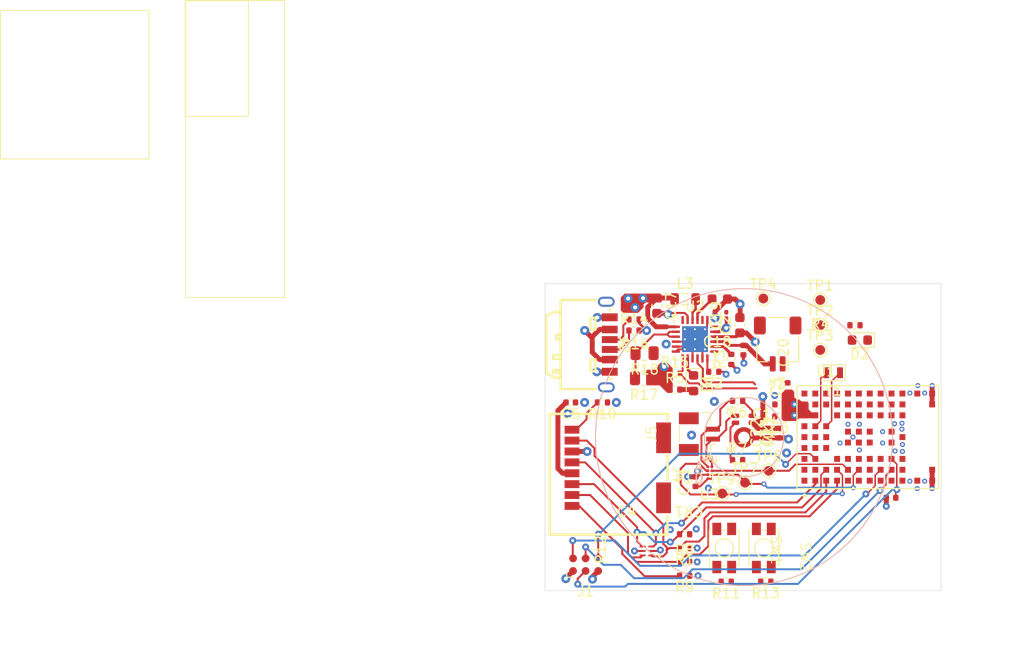
<source format=kicad_pcb>
(kicad_pcb (version 20240108) (generator "pcbnew") (generator_version "8.0")
  (layers (0 "F.Cu" signal) (1 "In1.Cu" signal) (2 "In2.Cu" signal) (31 "B.Cu" signal) (34 "B.Paste" user) (35 "F.Paste" user) (36 "B.SilkS" user "B.Silkscreen") (37 "F.SilkS" user "F.Silkscreen") (38 "B.Mask" user) (39 "F.Mask" user) (44 "Edge.Cuts" user))
  (net 0 "")
  (net 1 "GND")
  (net 2 "SD SCLK")
  (net 3 "SD MOSI")
  (net 4 "SD MISO")
  (net 5 "SD CSN")
  (net 6 "+3V0 VDD_NRF")
  (net 7 "RESET")
  (net 8 "/Power/DEC_NPM")
  (net 9 "SWO")
  (net 10 "/Power/VBUS")
  (net 12 "NPM ERROR")
  (net 15 "Net-(U1-P0.00{slash}XL1)")
  (net 17 "Net-(U1-P0.21)")
  (net 27 "NPM MODE")
  (net 29 "Net-(U1-P0.20)")
  (net 31 "DIN")
  (net 39 "Net-(U1-P0.01{slash}XL2)")
  (net 41 "Net-(D2-A)")
  (net 42 "FSYNC_LRCLK")
  (net 61 "BCLK")
  (net 62 "/Power/VBAT")
  (net 63 "VSYS")
  (net 65 "/Power/CHG_IND")
  (net 66 "/MCU/SWDIO")
  (net 67 "/MCU/SWCLK")
  (net 68 "/Power/NPM SW")
  (net 71 "/Mic/L_R")
  (net 73 "/Mic/PDM_CLK")
  (net 74 "/Power/ICHG")
  (net 75 "/Power/NTC")
  (net 76 "/Mic/PDM_DAT")
  (net 77 "Net-(MK1-DATA)")
  (net 78 "Net-(D1-A)")
  (net 79 "/SD_card/DAT_2_pull_up")
  (net 80 "/SD_card/DAT1_pull_up")
  (net 81 "Net-(D2-K)")
  (net 82 "Net-(J2-CC1)")
  (net 83 "Net-(J2-CC2)")
  (net 84 "Net-(U2-VOUTBSET0)")
  (footprint "Capacitor_SMD:C_0201_0603Metric" (layer "F.Cu") (at 148.209 92.71 90)
    (property "Reference" "C19")
    (property "Value" "C_00006")
  )
  (footprint "mic_patch_parts:TF-SMD_TF-017" (layer "F.Cu") (at 137.25 108.1 -90)
    (property "Reference" "J4")
    (property "Value" "Micro_SD_Card")
  )
  (footprint "TestPoint:TestPoint_Pad_D1.0mm" (layer "F.Cu") (at 157.7 91.15)
    (property "Reference" "TP1")
    (property "Value" "TestPoint VDD")
  )
  (footprint "Resistor_SMD:R_0402_1005Metric" (layer "F.Cu") (at 138.8872 94.234)
    (property "Reference" "R14")
    (property "Value" "R_00006")
  )
  (footprint "LED_SMD:LED_0603_1608Metric" (layer "F.Cu") (at 161.7 95.2 180)
    (property "Reference" "D2")
    (property "Value" "LED_0002")
  )
  (footprint "Resistor_SMD:R_0402_1005Metric" (layer "F.Cu") (at 148.717 97.155 90)
    (property "Reference" "R3")
    (property "Value" "R_00002")
  )
  (footprint "mic_patch_parts:J_000001" (layer "F.Cu") (at 153.4 95.6 180)
    (property "Reference" "J3")
    (property "Value" "J_000001")
  )
  (footprint "Resistor_SMD:R_0402_1005Metric" (layer "F.Cu") (at 143 98.6)
    (property "Reference" "R15")
    (property "Value" "R_00002")
  )
  (footprint "mic_patch_parts:J_000002" (layer "F.Cu") (at 136.26375 95.65 -90)
    (property "Reference" "J2")
    (property "Value" "J_000002")
  )
  (footprint "TestPoint:TestPoint_Pad_D1.0mm" (layer "F.Cu") (at 152.5 108.4)
    (property "Reference" "TP8")
    (property "Value" "TestPoint_BCLK")
  )
  (footprint "Resistor_SMD:R_0402_1005Metric" (layer "F.Cu") (at 146.939 98.4 180)
    (property "Reference" "R2")
    (property "Value" "R_00002")
  )
  (footprint "Resistor_SMD:R_0402_1005Metric" (layer "F.Cu") (at 149.352 101.346 180)
    (property "Reference" "R6")
    (property "Value" "R_00005")
  )
  (footprint "Resistor_SMD:R_0402_1005Metric" (layer "F.Cu") (at 148.2 119.6 180)
    (property "Reference" "R11")
    (property "Value" "R_00002")
  )
  (footprint "mic_patch_parts:SW_000001" (layer "F.Cu") (at 152 116.2 -90)
    (property "Reference" "SW2")
    (property "Value" "SW_000001")
  )
  (footprint "LED_SMD:LED_0603_1608Metric" (layer "F.Cu") (at 144.907 99.558 -90)
    (property "Reference" "D1")
    (property "Value" "LED_0001")
  )
  (footprint "mic_patch_parts:NORA-B106-00B" (layer "F.Cu") (at 161.6 105)
    (property "Reference" "U1")
    (property "Value" "NORA-B106-00B")
  )
  (footprint "Capacitor_SMD:C_0603_1608Metric" (layer "F.Cu") (at 141.2 91.725 -90)
    (property "Reference" "C17")
    (property "Value" "C_00005")
  )
  (footprint "Capacitor_SMD:C_0402_1005Metric" (layer "F.Cu") (at 152.4 104.6 90)
    (property "Reference" "C22")
    (property "Value" "C_00001")
  )
  (footprint "TestPoint:TestPoint_Pad_D1.0mm" (layer "F.Cu") (at 150.1 109.6)
    (property "Reference" "TP7")
    (property "Value" "TestPoint_LRCLK")
  )
  (footprint "Resistor_SMD:R_0402_1005Metric" (layer "F.Cu") (at 152.2 119.6 180)
    (property "Reference" "R13")
    (property "Value" "R_00002")
  )
  (footprint "Resistor_SMD:R_0402_1005Metric" (layer "F.Cu") (at 138.8872 93.1164)
    (property "Reference" "R16")
    (property "Value" "R_00006")
  )
  (footprint "Resistor_SMD:R_0402_1005Metric" (layer "F.Cu") (at 144 119 180)
    (property "Reference" "R9")
    (property "Value" "R_00002")
  )
  (footprint "Resistor_SMD:R_0402_1005Metric" (layer "F.Cu") (at 144 114.809)
    (property "Reference" "R12")
    (property "Value" "R_00002")
  )
  (footprint "Resistor_SMD:R_0805_2012Metric" (layer "F.Cu") (at 139.954 96.52 180)
    (property "Reference" "R18")
    (property "Value" "R_00001")
  )
  (footprint "Crystal:Crystal_SMD_2012-2Pin_2.0x1.2mm" (layer "F.Cu") (at 159 98.5 180)
    (property "Reference" "Y1")
    (property "Value" "CLK_0003")
  )
  (footprint "TestPoint:TestPoint_Pad_D1.0mm" (layer "F.Cu") (at 157.7 93.7)
    (property "Reference" "TP2")
    (property "Value" "TestPoint GND")
  )
  (footprint "Capacitor_SMD:C_0402_1005Metric" (layer "F.Cu") (at 149.9362 96.2152 -90)
    (property "Reference" "C20")
    (property "Value" "C_00003")
  )
  (footprint "Capacitor_SMD:C_0402_1005Metric" (layer "F.Cu") (at 164.846 111.125 180)
    (property "Reference" "C4")
    (property "Value" "C_00001")
  )
  (footprint "Resistor_SMD:R_0402_1005Metric" (layer "F.Cu") (at 149.352 107.315)
    (property "Reference" "R7")
    (property "Value" "R_00002")
  )
  (footprint "Inductor_SMD:L_0805_2012Metric" (layer "F.Cu") (at 144.05 91.058)
    (property "Reference" "L3")
    (property "Value" "L_00002")
  )
  (footprint "Resistor_SMD:R_0402_1005Metric" (layer "F.Cu") (at 143 100.2)
    (property "Reference" "R5")
    (property "Value" "R_00004")
  )
  (footprint "Resistor_SMD:R_0402_1005Metric" (layer "F.Cu") (at 144 116.206 180)
    (property "Reference" "R1")
    (property "Value" "R_00002")
  )
  (footprint "Resistor_SMD:R_0402_1005Metric" (layer "F.Cu") (at 135.7 101.5 180)
    (property "Reference" "R10")
    (property "Value" "R_00002")
  )
  (footprint "Resistor_SMD:R_0402_1005Metric" (layer "F.Cu") (at 161.21 93.7 180)
    (property "Reference" "R4")
    (property "Value" "R_00004")
  )
  (footprint "Capacitor_SMD:C_0402_1005Metric" (layer "F.Cu") (at 154.4 100 90)
    (property "Reference" "C3")
    (property "Value" "C_000010")
  )
  (footprint "Resistor_SMD:R_0805_2012Metric" (layer "F.Cu") (at 139.9 99.06 180)
    (property "Reference" "R17")
    (property "Value" "R_00001")
  )
  (footprint "Capacitor_SMD:C_0402_1005Metric" (layer "F.Cu") (at 153.6 102.9 180)
    (property "Reference" "C6")
    (property "Value" "C_00001")
  )
  (footprint "Connector:Tag-Connect_TC2030-IDC-NL_2x03_P1.27mm_Vertical" (layer "F.Cu") (at 134 117.885)
    (property "Reference" "J1")
    (property "Value" "Conn_ARM_SWD_TagConnect_TC2030-NL")
  )
  (footprint "TestPoint:TestPoint_Pad_D1.0mm" (layer "F.Cu") (at 151.95 91)
    (property "Reference" "TP4")
    (property "Value" "TestPoint VBUS")
  )
  (footprint "TestPoint:TestPoint_Pad_D1.0mm" (layer "F.Cu") (at 147.8 110.7)
    (property "Reference" "TP9")
    (property "Value" "TestPoint_DIN")
  )
  (footprint "mic_patch_parts:J_00003" (layer "F.Cu") (at 145.65 104.7 90)
    (property "Reference" "J5")
    (property "Value" "J_000003")
  )
  (footprint "Capacitor_SMD:C_0603_1608Metric" (layer "F.Cu") (at 147.55 91.058 180)
    (property "Reference" "C18")
    (property "Value" "C_00005")
  )
  (footprint "Capacitor_SMD:C_0402_1005Metric" (layer "F.Cu") (at 153.6 101.7 180)
    (property "Reference" "C1")
    (property "Value" "C_00001")
  )
  (footprint "mic_patch_parts:ADAU7002ACBZ-R7" (layer "F.Cu") (at 146.55 108.6)
    (property "Reference" "U3")
    (property "Value" "ADAU7002ACBZ-R7")
  )
  (footprint "Capacitor_SMD:C_0603_1608Metric" (layer "F.Cu") (at 149.5806 93.7006 90)
    (property "Reference" "C2")
    (property "Value" "C_00005")
  )
  (footprint "mic_patch_parts:SW_000001" (layer "F.Cu") (at 148 116.2 -90)
    (property "Reference" "SW1")
    (property "Value" "SW_000001")
  )
  (footprint "Resistor_SMD:R_0402_1005Metric" (layer "F.Cu") (at 144 117.603)
    (property "Reference" "R8")
    (property "Value" "R_00002")
  )
  (footprint "Capacitor_SMD:C_0402_1005Metric" (layer "F.Cu") (at 132.5 101.5 180)
    (property "Reference" "C5")
    (property "Value" "C_00001")
  )
  (footprint "Capacitor_SMD:C_0402_1005Metric" (layer "F.Cu") (at 145.1 109.5 90)
    (property "Reference" "C21")
    (property "Value" "C_00001")
  )
  (footprint "Package_DFN_QFN:QFN-24-1EP_4x4mm_P0.5mm_EP2.6x2.6mm_ThermalVias" (layer "F.Cu") (at 145.05 95.108)
    (property "Reference" "U2")
    (property "Value" "PWR_nPM1100-QDXX")
  )
  (footprint "mic_patch_parts:DFN1308-6_SOT8006_NEX" (layer "F.Cu") (at 140.2 116.5 180)
    (property "Reference" "CR1")
    (property "Value" "PESD3V3X4UHMYL")
  )
  (footprint "Capacitor_SMD:C_0402_1005Metric" (layer "F.Cu") (at 153.543 104.6 90)
    (property "Reference" "C23")
    (property "Value" "C_00003")
  )
  (footprint "TestPoint:TestPoint_Pad_D1.0mm" (layer "F.Cu") (at 157.7 96.2)
    (property "Reference" "TP3")
    (property "Value" "TestPoint VBAT")
  )
  (footprint "mic_patch_parts:AUD_00002" (layer "F.Cu") (at 149.987 104.349 -90)
    (property "Reference" "MK1")
    (property "Value" "AUD_00002")
  )
  (gr_circle (center 150 105) (end 165 105) (stroke (width 0.1)) (fill none) (layer "B.SilkS"))
  (gr_circle (center 150 105) (end 154 105) (stroke (width 0.1)) (fill none) (layer "B.SilkS"))
  (gr_rect (start 74.9 61.9) (end 89.9 76.9) (stroke (width 0.1)) (fill none) (layer "F.SilkS"))
  (gr_rect (start 93.6 60.9) (end 103.6 90.9) (stroke (width 0.1)) (fill none) (layer "F.SilkS"))
  (gr_rect (start 93.55 60.92) (end 99.95 72.6) (stroke (width 0.1)) (fill none) (layer "F.SilkS"))
  (gr_rect (start 129.9 89.5) (end 169.9 120.5) (stroke (width 0.05)) (fill none) (layer "Edge.Cuts"))
  (segment (start 145.8 96.389) (end 146.05 96.139) (width 0.2) (layer "F.Cu") (net 1))
  (segment (start 153.543 105.08) (end 150.967 105.08) (width 0.5) (layer "F.Cu") (net 1))
  (segment (start 145.32 108.8) (end 145.1 109.02) (width 0.2) (layer "F.Cu") (net 1))
  (segment (start 146.35 108.8) (end 145.32 108.8) (width 0.2) (layer "F.Cu") (net 1))
  (segment (start 154.38 105.08) (end 154.5 105.2) (width 0.5) (layer "F.Cu") (net 1))
  (segment (start 149.097 91.058) (end 149.606 91.567) (width 0.5) (layer "F.Cu") (net 1))
  (segment (start 145.307537 108.812463) (end 145.1 109.02) (width 0.5) (layer "F.Cu") (net 1))
  (segment (start 149.606 91.567) (end 149.606 92.9002) (width 0.5) (layer "F.Cu") (net 1))
  (segment (start 147.066 92.317) (end 148.325 91.058) (width 0.5) (layer "F.Cu") (net 1))
  (segment (start 149.9362 96.6952) (end 149.9362 97.4852) (width 0.3) (layer "F.Cu") (net 1))
  (segment (start 143.737 95.858) (end 144.018 96.139) (width 0.2) (layer "F.Cu") (net 1))
  (segment (start 148.325 91.058) (end 149.097 91.058) (width 0.5) (layer "F.Cu") (net 1))
  (segment (start 144.8 96.373) (end 145.034 96.139) (width 0.2) (layer "F.Cu") (net 1))
  (segment (start 134.7 119.09) (end 135.27 118.52) (width 0.5) (layer "F.Cu") (net 1))
  (segment (start 164.366 111.986) (end 164.366 111.125) (width 0.5) (layer "F.Cu") (net 1))
  (segment (start 141.2 92.5) (end 142.2332 92.5) (width 0.5) (layer "F.Cu") (net 1))
  (segment (start 146.275 93.882) (end 146.05 94.107) (width 0.2) (layer "F.Cu") (net 1))
  (segment (start 139.7555 116.5) (end 138.932843 116.5) (width 0.2) (layer "F.Cu") (net 1))
  (segment (start 153.543 105.08) (end 154.38 105.08) (width 0.5) (layer "F.Cu") (net 1))
  (segment (start 144.3 109) (end 145.08 109) (width 0.5) (layer "F.Cu") (net 1))
  (segment (start 146.3 93.1705) (end 146.275 93.1955) (width 0.2) (layer "F.Cu") (net 1))
  (segment (start 134.15 106.45) (end 132.625 106.45) (width 0.5) (layer "F.Cu") (net 1))
  (segment (start 135.1284 98.4) (end 135.128 98.3996) (width 0.5) (layer "F.Cu") (net 1))
  (segment (start 148.717 97.665) (end 148.719 97.665) (width 0.3) (layer "F.Cu") (net 1))
  (segment (start 135.192 92.9) (end 135.1788 92.9132) (width 0.5) (layer "F.Cu") (net 1))
  (segment (start 134.7 119.35) (end 134.7 119.09) (width 0.5) (layer "F.Cu") (net 1))
  (segment (start 145.08 109) (end 145.1 109.02) (width 0.5) (layer "F.Cu") (net 1))
  (segment (start 148.719 97.665) (end 149.3012 98.2472) (width 0.3) (layer "F.Cu") (net 1))
  (segment (start 144.012386 92.456) (end 142.494 92.456) (width 0.2) (layer "F.Cu") (net 1))
  (segment (start 169 101.7) (end 169 99.8) (width 0.5) (layer "F.Cu") (net 1))
  (segment (start 147.066 92.964) (end 147.066 92.317) (width 0.5) (layer "F.Cu") (net 1))
  (segment (start 141.45 116.5) (end 141.55 116.4) (width 0.2) (layer "F.Cu") (net 1))
  (segment (start 144.3 93.1705) (end 144.3 92.743614) (width 0.2) (layer "F.Cu") (net 1))
  (segment (start 139.3972 94.234) (end 140.1572 94.234) (width 0.25) (layer "F.Cu") (net 1))
  (segment (start 142.2332 92.5) (end 142.3416 92.6084) (width 0.5) (layer "F.Cu") (net 1))
  (segment (start 143.1125 95.358) (end 143.783 95.358) (width 0.2) (layer "F.Cu") (net 1))
  (segment (start 147.93 98.4) (end 148.1836 98.6536) (width 0.2) (layer "F.Cu") (net 1))
  (segment (start 169 108.3) (end 169 110.2) (width 0.5) (layer "F.Cu") (net 1))
  (segment (start 149.9362 97.4852) (end 149.987 97.536) (width 0.3) (layer "F.Cu") (net 1))
  (segment (start 145.307537 108.442463) (end 145.307537 108.812463) (width 0.5) (layer "F.Cu") (net 1))
  (segment (start 136.43925 98.4) (end 135.1284 98.4) (width 0.5) (layer "F.Cu") (net 1))
  (segment (start 144.8 97.0455) (end 144.8 96.373) (width 0.2) (layer "F.Cu") (net 1))
  (segment (start 136.43925 92.9) (end 135.192 92.9) (width 0.5) (layer "F.Cu") (net 1))
  (segment (start 140.6445 116.5) (end 141.45 116.5) (width 0.2) (layer "F.Cu") (net 1))
  (segment (start 143.1125 95.858) (end 143.737 95.858) (width 0.2) (layer "F.Cu") (net 1))
  (segment (start 149.606 92.9002) (end 149.5806 92.9256) (width 0.5) (layer "F.Cu") (net 1))
  (segment (start 139.3972 93.474) (end 140.1572 94.234) (width 0.25) (layer "F.Cu") (net 1))
  (segment (start 142.542 92.408) (end 142.3416 92.6084) (width 0.3) (layer "F.Cu") (net 1))
  (segment (start 147.449 98.4) (end 147.93 98.4) (width 0.2) (layer "F.Cu") (net 1))
  (segment (start 144.3 92.743614) (end 144.012386 92.456) (width 0.2) (layer "F.Cu") (net 1))
  (segment (start 142.494 92.456) (end 142.3416 92.6084) (width 0.2) (layer "F.Cu") (net 1))
  (segment (start 143.1125 96.358) (end 143.3315 96.139) (width 0.2) (layer "F.Cu") (net 1))
  (segment (start 143.3315 96.139) (end 144.018 96.139) (width 0.2) (layer "F.Cu") (net 1))
  (segment (start 145.8 97.0455) (end 145.8 96.389) (width 0.2) (layer "F.Cu") (net 1))
  (segment (start 146.275 93.1955) (end 146.275 93.882) (width 0.2) (layer "F.Cu") (net 1))
  (segment (start 143.783 95.358) (end 144.018 95.123) (width 0.2) (layer "F.Cu") (net 1))
  (via (at 146.05 94.107) (size 0.5) (drill 0.2) (layers "F.Cu" "B.Cu") (net 1))
  (via (at 167.55 99.8) (size 0.5) (drill 0.25) (layers "F.Cu" "B.Cu") (net 1))
  (via (at 147.066 92.964) (size 0.9) (drill 0.4) (layers "F.Cu" "B.Cu") (net 1))
  (via (at 145.034 96.139) (size 0.5) (drill 0.2) (layers "F.Cu" "B.Cu") (net 1))
  (via (at 165.25 106.4) (size 0.5) (drill 0.25) (layers "F.Cu" "B.Cu") (net 1))
  (via (at 135.1788 92.9132) (size 0.9) (drill 0.4) (layers "F.Cu" "B.Cu") (net 1))
  (via (at 141.55 116.4) (size 0.7) (drill 0.3) (layers "F.Cu" "B.Cu") (net 1))
  (via (at 164 105.6) (size 0.5) (drill 0.25) (layers "F.Cu" "B.Cu") (net 1))
  (via (at 144.7 104.8) (size 0.9) (drill 0.4) (layers "F.Cu" "B.Cu") (net 1))
  (via (at 140.1572 94.234) (size 0.9) (drill 0.4) (layers "F.Cu" "B.Cu") (net 1))
  (via (at 169 110.2) (size 0.5) (drill 0.25) (layers "F.Cu" "B.Cu") (net 1))
  (via (at 142.3416 92.6084) (size 0.9) (drill 0.4) (layers "F.Cu" "B.Cu") (net 1))
  (via (at 135.128 98.3996) (size 0.9) (drill 0.4) (layers "F.Cu" "B.Cu") (net 1))
  (via (at 153.1 100.8) (size 0.7) (drill 0.3) (layers "F.Cu" "B.Cu") (net 1))
  (via (at 165.95 104.2) (size 0.5) (drill 0.25) (layers "F.Cu" "B.Cu") (net 1))
  (via (at 144.3 109) (size 0.7) (drill 0.3) (layers "F.Cu" "B.Cu") (net 1))
  (via (at 147 101.4) (size 0.9) (drill 0.4) (layers "F.Cu" "B.Cu") (net 1))
  (via (at 154.5 105.2) (size 0.9) (drill 0.4) (layers "F.Cu" "B.Cu") (net 1))
  (via (at 134.15 106.45) (size 0.9) (drill 0.4) (layers "F.Cu" "B.Cu") (net 1))
  (via (at 154.3 106.6) (size 0.9) (drill 0.4) (layers "F.Cu" "B.Cu") (net 1))
  (via (at 144.018 95.123) (size 0.5) (drill 0.2) (layers "F.Cu" "B.Cu") (net 1))
  (via (at 164.366 111.986) (size 0.7) (drill 0.3) (layers "F.Cu" "B.Cu") (net 1))
  (via (at 166.75 109.45) (size 0.5) (drill 0.25) (layers "F.Cu" "B.Cu") (net 1))
  (via (at 146.05 96.139) (size 0.5) (drill 0.2) (layers "F.Cu" "B.Cu") (net 1))
  (via (at 159.7 105.6) (size 0.5) (drill 0.25) (layers "F.Cu" "B.Cu") (net 1))
  (via (at 133.9 101.5) (size 0.9) (drill 0.4) (layers "F.Cu" "B.Cu") (net 1))
  (via (at 160.5 103.7) (size 0.5) (drill 0.25) (layers "F.Cu" "B.Cu") (net 1))
  (via (at 166.75 100.55) (size 0.5) (drill 0.25) (layers "F.Cu" "B.Cu") (net 1))
  (via (at 168.25 100.55) (size 0.5) (drill 0.25) (layers "F.Cu" "B.Cu") (net 1))
  (via (at 149.987 97.536) (size 0.7) (drill 0.3) (layers "F.Cu" "B.Cu") (net 1))
  (via (at 169 99.8) (size 0.5) (drill 0.25) (layers "F.Cu" "B.Cu") (net 1))
  (via (at 168.25 109.45) (size 0.5) (drill 0.25) (layers "F.Cu" "B.Cu") (net 1))
  (via (at 167.5 110.2) (size 0.5) (drill 0.25) (layers "F.Cu" "B.Cu") (net 1))
  (via (at 138.932843 116.5) (size 0.7) (drill 0.3) (layers "F.Cu" "B.Cu") (net 1))
  (via (at 145.05 95.108) (size 0.5) (drill 0.2) (layers "F.Cu" "B.Cu") (net 1))
  (via (at 145.034 94.107) (size 0.5) (drill 0.2) (layers "F.Cu" "B.Cu") (net 1))
  (via (at 166 106.45) (size 0.5) (drill 0.25) (layers "F.Cu" "B.Cu") (net 1))
  (via (at 149.3012 98.2472) (size 0.7) (drill 0.3) (layers "F.Cu" "B.Cu") (net 1))
  (via (at 144.018 94.107) (size 0.5) (drill 0.2) (layers "F.Cu" "B.Cu") (net 1))
  (via (at 165.2 103.65) (size 0.5) (drill 0.25) (layers "F.Cu" "B.Cu") (net 1))
  (via (at 161.65 103.7) (size 0.5) (drill 0.25) (layers "F.Cu" "B.Cu") (net 1))
  (via (at 145.307537 108.442463) (size 0.7) (drill 0.3) (layers "F.Cu" "B.Cu") (net 1))
  (via (at 142.55 114.35) (size 0.7) (drill 0.3) (layers "F.Cu" "B.Cu") (net 1))
  (via (at 161 105) (size 0.5) (drill 0.25) (layers "F.Cu" "B.Cu") (net 1))
  (via (at 149.606 91.567) (size 0.9) (drill 0.4) (layers "F.Cu" "B.Cu") (net 1))
  (via (at 164 104.45) (size 0.5) (drill 0.25) (layers "F.Cu" "B.Cu") (net 1))
  (via (at 165.95 103.6) (size 0.5) (drill 0.25) (layers "F.Cu" "B.Cu") (net 1))
  (via (at 146.05 95.123) (size 0.5) (drill 0.2) (layers "F.Cu" "B.Cu") (net 1))
  (via (at 134.7 119.35) (size 0.9) (drill 0.4) (layers "F.Cu" "B.Cu") (net 1))
  (via (at 142.1384 95.6056) (size 0.9) (drill 0.4) (layers "F.Cu" "B.Cu") (net 1))
  (via (at 166 105.75) (size 0.5) (drill 0.25) (layers "F.Cu" "B.Cu") (net 1))
  (via (at 144.018 96.139) (size 0.5) (drill 0.2) (layers "F.Cu" "B.Cu") (net 1))
  (via (at 161.65 106.3) (size 0.5) (drill 0.25) (layers "F.Cu" "B.Cu") (net 1))
  (via (at 148.1836 98.6536) (size 0.7) (drill 0.3) (layers "F.Cu" "B.Cu") (net 1))
  (segment (start 141.1 115.8) (end 140.849999 116.050001) (width 0.2) (layer "F.Cu") (net 2))
  (segment (start 141.1 114.7) (end 141.1 115.8) (width 0.2) (layer "F.Cu") (net 2))
  (segment (start 145.77976 111.6) (end 155.354 111.6) (width 0.2) (layer "F.Cu") (net 2))
  (segment (start 140.849999 116.050001) (end 140.6445 116.050001) (width 0.2) (layer "F.Cu") (net 2))
  (segment (start 141.1 114.7) (end 133.95 107.55) (width 0.2) (layer "F.Cu") (net 2))
  (segment (start 157.2 109.754) (end 157.2 109.4) (width 0.2) (layer "F.Cu") (net 2))
  (segment (start 155.354 111.6) (end 157.2 109.754) (width 0.2) (layer "F.Cu") (net 2))
  (segment (start 157.173 109.4) (end 157.2 109.4) (width 0.2) (layer "F.Cu") (net 2))
  (segment (start 143.68988 113.68988) (end 145.77976 111.6) (width 0.2) (layer "F.Cu") (net 2))
  (segment (start 133.95 107.55) (end 132.625 107.55) (width 0.2) (layer "F.Cu") (net 2))
  (via (at 141.1 114.7) (size 0.7) (drill 0.3) (layers "F.Cu" "B.Cu") (net 2))
  (via (at 143.68988 113.68988) (size 0.7) (drill 0.3) (layers "F.Cu" "B.Cu") (net 2))
  (segment (start 141.1 114.7) (end 142.11012 113.68988) (width 0.2) (layer "B.Cu") (net 2))
  (segment (start 142.11012 113.68988) (end 143.68988 113.68988) (width 0.2) (layer "B.Cu") (net 2))
  (segment (start 139.2 115.494501) (end 139.7555 116.050001) (width 0.2) (layer "F.Cu") (net 3))
  (segment (start 142.55 115.6) (end 142.699 115.6) (width 0.2) (layer "F.Cu") (net 3))
  (segment (start 155.87 112.1) (end 157.7848 110.1852) (width 0.2) (layer "F.Cu") (net 3))
  (segment (start 139.2 114.1) (end 139.2 114.6) (width 0.2) (layer "F.Cu") (net 3))
  (segment (start 157.775 110.1754) (end 157.7848 110.1852) (width 0.15) (layer "F.Cu") (net 3))
  (segment (start 146.199 112.1) (end 155.87 112.1) (width 0.2) (layer "F.Cu") (net 3))
  (segment (start 139.2 114.6) (end 139.2 115.494501) (width 0.2) (layer "F.Cu") (net 3))
  (segment (start 157.775 108.825) (end 158.3 108.3) (width 0.15) (layer "F.Cu") (net 3))
  (segment (start 157.775 108.825) (end 157.775 110.1754) (width 0.15) (layer "F.Cu") (net 3))
  (segment (start 143.49 114.809) (end 146.199 112.1) (width 0.2) (layer "F.Cu") (net 3))
  (segment (start 142.699 115.6) (end 143.49 114.809) (width 0.2) (layer "F.Cu") (net 3))
  (segment (start 134.85 109.75) (end 139.2 114.1) (width 0.2) (layer "F.Cu") (net 3))
  (segment (start 132.625 109.75) (end 134.85 109.75) (width 0.2) (layer "F.Cu") (net 3))
  (via (at 139.2 114.6) (size 0.7) (drill 0.3) (layers "F.Cu" "B.Cu") (net 3))
  (via (at 142.55 115.6) (size 0.7) (drill 0.3) (layers "F.Cu" "B.Cu") (net 3))
  (segment (start 140.980761 115.6) (end 142.55 115.6) (width 0.2) (layer "B.Cu") (net 3))
  (segment (start 139.980761 114.6) (end 140.980761 115.6) (width 0.2) (layer "B.Cu") (net 3))
  (segment (start 139.2 114.6) (end 139.980761 114.6) (width 0.2) (layer "B.Cu") (net 3))
  (segment (start 143.49 116.206) (end 144.14 115.556) (width 0.2) (layer "F.Cu") (net 4))
  (segment (start 156.2082 112.6) (end 158.3 110.5082) (width 0.2) (layer "F.Cu") (net 4))
  (segment (start 142.444 116.206) (end 143.49 116.206) (width 0.2) (layer "F.Cu") (net 4))
  (segment (start 145.444 115.556) (end 146 115) (width 0.2) (layer "F.Cu") (net 4))
  (segment (start 141.819239 117.05) (end 142.2 116.669239) (width 0.2) (layer "F.Cu") (net 4))
  (segment (start 146 115) (end 146 113.2) (width 0.2) (layer "F.Cu") (net 4))
  (segment (start 141.85 113.85) (end 134.9 106.9) (width 0.2) (layer "F.Cu") (net 4))
  (segment (start 142.2 116.669239) (end 142.2 116.4) (width 0.2) (layer "F.Cu") (net 4))
  (segment (start 158.3 110.5082) (end 158.3 109.4) (width 0.2) (layer "F.Cu") (net 4))
  (segment (start 134.110661 105.35) (end 132.625 105.35) (width 0.2) (layer "F.Cu") (net 4))
  (segment (start 134.9 106.9) (end 134.9 106.139339) (width 0.2) (layer "F.Cu") (net 4))
  (segment (start 142.2 116.130761) (end 141.85 115.780761) (width 0.2) (layer "F.Cu") (net 4))
  (segment (start 140.744501 117.05) (end 141.819239 117.05) (width 0.2) (layer "F.Cu") (net 4))
  (segment (start 142.2 116.45) (end 142.2 116.130761) (width 0.2) (layer "F.Cu") (net 4))
  (segment (start 146 113.2) (end 146.6 112.6) (width 0.2) (layer "F.Cu") (net 4))
  (segment (start 146.6 112.6) (end 156.2082 112.6) (width 0.2) (layer "F.Cu") (net 4))
  (segment (start 134.9 106.139339) (end 134.110661 105.35) (width 0.2) (layer "F.Cu") (net 4))
  (segment (start 141.85 115.780761) (end 141.85 113.85) (width 0.2) (layer "F.Cu") (net 4))
  (segment (start 140.6445 116.949999) (end 140.744501 117.05) (width 0.2) (layer "F.Cu") (net 4))
  (segment (start 142.25 116.4) (end 142.444 116.206) (width 0.2) (layer "F.Cu") (net 4))
  (segment (start 144.14 115.556) (end 145.444 115.556) (width 0.2) (layer "F.Cu") (net 4))
  (segment (start 142.2 116.4) (end 142.25 116.4) (width 0.2) (layer "F.Cu") (net 4))
  (segment (start 138.282843 116.05) (end 138.282843 114.682843) (width 0.2) (layer "F.Cu") (net 5))
  (segment (start 139.555499 117.15) (end 138.663604 117.15) (width 0.2) (layer "F.Cu") (net 5))
  (segment (start 139.7555 116.949999) (end 139.555499 117.15) (width 0.2) (layer "F.Cu") (net 5))
  (segment (start 146.85 113) (end 156.621 113) (width 0.2) (layer "F.Cu") (net 5))
  (segment (start 156.621 113) (end 159.4 110.221) (width 0.2) (layer "F.Cu") (net 5))
  (segment (start 159.4 110.221) (end 159.4 109.4) (width 0.2) (layer "F.Cu") (net 5))
  (segment (start 134.45 110.85) (end 132.625 110.85) (width 0.2) (layer "F.Cu") (net 5))
  (segment (start 138.606802 117.093198) (end 138.282843 116.769239) (width 0.2) (layer "F.Cu") (net 5))
  (segment (start 138.606802 117.093198) (end 139.116604 117.603) (width 0.2) (layer "F.Cu") (net 5))
  (segment (start 144.237 116.856) (end 145.539239 116.856) (width 0.2) (layer "F.Cu") (net 5))
  (segment (start 139.116604 117.603) (end 143.49 117.603) (width 0.2) (layer "F.Cu") (net 5))
  (segment (start 159.4 109.4) (end 159.3828 109.4) (width 0.2) (layer "F.Cu") (net 5))
  (segment (start 145.539239 116.856) (end 146.4 115.995239) (width 0.2) (layer "F.Cu") (net 5))
  (segment (start 146.4 113.45) (end 146.85 113) (width 0.2) (layer "F.Cu") (net 5))
  (segment (start 138.282843 114.682843) (end 134.45 110.85) (width 0.2) (layer "F.Cu") (net 5))
  (segment (start 146.4 115.995239) (end 146.4 113.45) (width 0.2) (layer "F.Cu") (net 5))
  (segment (start 143.49 117.603) (end 144.237 116.856) (width 0.2) (layer "F.Cu") (net 5))
  (segment (start 138.663604 117.15) (end 138.606802 117.093198) (width 0.2) (layer "F.Cu") (net 5))
  (segment (start 138.282843 116.769239) (end 138.282843 116.05) (width 0.2) (layer "F.Cu") (net 5))
  (segment (start 151.9 102.959612) (end 151.310612 103.549) (width 0.5) (layer "F.Cu") (net 6))
  (segment (start 145.1 109.98) (end 145.57 109.98) (width 0.2) (layer "F.Cu") (net 6))
  (segment (start 131.2 102.32) (end 132.02 101.5) (width 0.5) (layer "F.Cu") (net 6))
  (segment (start 143.1125 93.858) (end 141.263592 93.858) (width 0.3) (layer "F.Cu") (net 6))
  (segment (start 132 119.25) (end 132.73 118.52) (width 0.5) (layer "F.Cu") (net 6))
  (segment (start 141.122172 93.858) (end 142.1638 93.858) (width 0.5) (layer "F.Cu") (net 6))
  (segment (start 131.2 108.175) (end 131.2 102.32) (width 0.5) (layer "F.Cu") (net 6))
  (segment (start 142.499 93.858) (end 142.494 93.853) (width 0.25) (layer "F.Cu") (net 6))
  (segment (start 132 119.3) (end 132 119.25) (width 0.5) (layer "F.Cu") (net 6))
  (segment (start 140.275 91.875) (end 140.275 93.010828) (width 0.5) (layer "F.Cu") (net 6))
  (segment (start 151.9 100.9) (end 151.9 102.959612) (width 0.5) (layer "F.Cu") (net 6))
  (segment (start 141.2 90.95) (end 140.275 91.875) (width 0.5) (layer "F.Cu") (net 6))
  (segment (start 151.408 104.12) (end 153.543 104.12) (width 0.5) (layer "F.Cu") (net 6))
  (segment (start 145.57 109.98) (end 146.35 109.2) (width 0.2) (layer "F.Cu") (net 6))
  (segment (start 132.625 108.65) (end 131.675 108.65) (width 0.5) (layer "F.Cu") (net 6))
  (segment (start 146.35 109.2) (end 146.75 109.2) (width 0.2) (layer "F.Cu") (net 6))
  (segment (start 140.275 93.010828) (end 141.122172 93.858) (width 0.5) (layer "F.Cu") (net 6))
  (segment (start 150.837 103.549) (end 151.408 104.12) (width 0.5) (layer "F.Cu") (net 6))
  (segment (start 151.310612 103.549) (end 150.837 103.549) (width 0.5) (layer "F.Cu") (net 6))
  (segment (start 142.8795 90.95) (end 142.9875 91.058) (width 0.5) (layer "F.Cu") (net 6))
  (segment (start 131.675 108.65) (end 131.2 108.175) (width 0.5) (layer "F.Cu") (net 6))
  (segment (start 141.2 90.95) (end 142.8795 90.95) (width 0.5) (layer "F.Cu") (net 6))
  (via (at 132 119.3) (size 0.9) (drill 0.4) (layers "F.Cu" "B.Cu") (net 6))
  (via (at 139.8 90.9684) (size 0.9) (drill 0.4) (layers "F.Cu" "B.Cu") (net 6))
  (via (at 145.35 119) (size 0.7) (drill 0.3) (layers "F.Cu" "B.Cu") (net 6))
  (via (at 138.3 91) (size 0.9) (drill 0.4) (layers "F.Cu" "B.Cu") (net 6))
  (via (at 155.1 102.8) (size 0.7) (drill 0.3) (layers "F.Cu" "B.Cu") (net 6))
  (via (at 155.1 101.7) (size 0.7) (drill 0.3) (layers "F.Cu" "B.Cu") (net 6))
  (via (at 145.27 117.603) (size 0.7) (drill 0.3) (layers "F.Cu" "B.Cu") (net 6))
  (via (at 139 91.9) (size 0.9) (drill 0.4) (layers "F.Cu" "B.Cu") (net 6))
  (via (at 132.2 102.6) (size 0.9) (drill 0.4) (layers "F.Cu" "B.Cu") (net 6))
  (via (at 151.9 100.9) (size 0.9) (drill 0.4) (layers "F.Cu" "B.Cu") (net 6))
  (via (at 145.1684 114.2756) (size 0.7) (drill 0.3) (layers "F.Cu" "B.Cu") (net 6))
  (via (at 137.1 101.5) (size 0.9) (drill 0.4) (layers "F.Cu" "B.Cu") (net 6))
  (via (at 146.4 110.1448) (size 0.7) (drill 0.3) (layers "F.Cu" "B.Cu") (net 6))
  (via (at 145.27 116.206) (size 0.7) (drill 0.3) (layers "F.Cu" "B.Cu") (net 6))
  (segment (start 134 118.52) (end 133.98 118.52) (width 0.2) (layer "F.Cu") (net 7))
  (segment (start 165.326 110.4418) (end 165.326 111.125) (width 0.15) (layer "F.Cu") (net 7))
  (segment (start 164.9 107.2) (end 165.4302 107.7302) (width 0.15) (layer "F.Cu") (net 7))
  (segment (start 165.4302 107.7302) (end 165.4302 110.3376) (width 0.15) (layer "F.Cu") (net 7))
  (segment (start 133.2 119.3) (end 133.2 119.85) (width 0.2) (layer "F.Cu") (net 7))
  (segment (start 133.98 118.52) (end 133.2 119.3) (width 0.2) (layer "F.Cu") (net 7))
  (segment (start 165.4302 110.3376) (end 165.326 110.4418) (width 0.15) (layer "F.Cu") (net 7))
  (via (at 133.2 119.85) (size 0.7) (drill 0.3) (layers "F.Cu" "B.Cu") (net 7))
  (via (at 165.4302 110.3122) (size 0.7) (drill 0.3) (layers "F.Cu" "B.Cu") (net 7))
  (segment (start 155.448758 119.8263) (end 164.962858 110.3122) (width 0.2) (layer "B.Cu") (net 7))
  (segment (start 164.962858 110.3122) (end 165.4302 110.3122) (width 0.15) (layer "B.Cu") (net 7))
  (segment (start 138 120.1) (end 138.2737 119.8263) (width 0.2) (layer "B.Cu") (net 7))
  (segment (start 138.2737 119.8263) (end 155.448758 119.8263) (width 0.2) (layer "B.Cu") (net 7))
  (segment (start 165.4302 110.3122) (end 165.4556 110.3122) (width 0.15) (layer "B.Cu") (net 7))
  (segment (start 133.2 119.85) (end 133.45 120.1) (width 0.2) (layer "B.Cu") (net 7))
  (segment (start 133.45 120.1) (end 138 120.1) (width 0.2) (layer "B.Cu") (net 7))
  (segment (start 145.3 93.1705) (end 145.3 92.533) (width 0.25) (layer "F.Cu") (net 8))
  (segment (start 145.3 92.533) (end 146.775 91.058) (width 0.25) (layer "F.Cu") (net 8))
  (segment (start 135.281842 114.8) (end 135.27 114.811842) (width 0.2) (layer "F.Cu") (net 9))
  (segment (start 156.675 106.675) (end 157.2 107.2) (width 0.15) (layer "F.Cu") (net 9))
  (segment (start 155.275 106.675) (end 156.675 106.675) (width 0.15) (layer "F.Cu") (net 9))
  (segment (start 154.2 107.75) (end 155.275 106.675) (width 0.15) (layer "F.Cu") (net 9))
  (segment (start 135.27 114.811842) (end 135.27 117.25) (width 0.2) (layer "F.Cu") (net 9))
  (via (at 154.2 107.75) (size 0.7) (drill 0.3) (layers "F.Cu" "B.Cu") (net 9))
  (via (at 135.281842 114.8) (size 0.7) (drill 0.3) (layers "F.Cu" "B.Cu") (net 9))
  (segment (start 135.281842 114.8) (end 135.3 114.818158) (width 0.2) (layer "B.Cu") (net 9))
  (segment (start 153.13 106.68) (end 143.47 106.68) (width 0.2) (layer "B.Cu") (net 9))
  (segment (start 154.2 107.75) (end 153.13 106.68) (width 0.2) (layer "B.Cu") (net 9))
  (segment (start 143.47 106.68) (end 135.35 114.8) (width 0.2) (layer "B.Cu") (net 9))
  (segment (start 135.35 114.8) (end 135.281842 114.8) (width 0.2) (layer "B.Cu") (net 9))
  (segment (start 135.3 114.818158) (end 135.3 114.85) (width 0.2) (layer "B.Cu") (net 9))
  (segment (start 134.6708 96.43155) (end 134.6708 94.86845) (width 0.5) (layer "F.Cu") (net 10))
  (segment (start 147.485096 94.358) (end 147.75 94.093096) (width 0.3) (layer "F.Cu") (net 10))
  (segment (start 134.6708 94.86845) (end 135.40925 94.13) (width 0.5) (layer "F.Cu") (net 10))
  (segment (start 135.40925 97.17) (end 134.6708 96.43155) (width 0.5) (layer "F.Cu") (net 10))
  (segment (start 136.43925 97.17) (end 135.40925 97.17) (width 0.5) (layer "F.Cu") (net 10))
  (segment (start 147.75 94.058) (end 147.828 93.98) (width 0.3) (layer "F.Cu") (net 10))
  (segment (start 148.209 93.98) (end 148.209 93.599) (width 0.3) (layer "F.Cu") (net 10))
  (segment (start 133.9088 94.234) (end 134.54325 94.86845) (width 0.5) (layer "F.Cu") (net 10))
  (segment (start 134.54325 94.86845) (end 134.6708 94.86845) (width 0.5) (layer "F.Cu") (net 10))
  (segment (start 135.40925 94.13) (end 136.43925 94.13) (width 0.5) (layer "F.Cu") (net 10))
  (segment (start 147.828 93.98) (end 148.209 93.98) (width 0.3) (layer "F.Cu") (net 10))
  (segment (start 148.209 93.599) (end 148.209 93.599) (width 0.3) (layer "F.Cu") (net 10))
  (segment (start 146.9875 94.358) (end 147.485096 94.358) (width 0.3) (layer "F.Cu") (net 10))
  (segment (start 148.209 93.599) (end 148.209 93.284) (width 0.3) (layer "F.Cu") (net 10))
  (segment (start 147.75 94.093096) (end 147.75 94.058) (width 0.3) (layer "F.Cu") (net 10))
  (via (at 133.9088 94.234) (size 0.9) (drill 0.4) (layers "F.Cu" "B.Cu") (net 10))
  (via (at 133.9088 94.234) (size 0.9) (drill 0.4) (layers "F.Cu" "B.Cu") (net 10))
  (via (at 148.209 93.98) (size 0.9) (drill 0.4) (layers "F.Cu" "B.Cu") (net 10))
  (segment (start 145.8468 99.3458) (end 145.9674 99.4664) (width 0.2) (layer "F.Cu") (net 12))
  (segment (start 145.3 97.548) (end 145.8468 98.0948) (width 0.2) (layer "F.Cu") (net 12))
  (segment (start 150.9204 99.4664) (end 151.13 99.676) (width 0.2) (layer "F.Cu") (net 12))
  (segment (start 145.9674 99.4664) (end 150.9204 99.4664) (width 0.2) (layer "F.Cu") (net 12))
  (segment (start 145.8468 98.0948) (end 145.8468 99.3458) (width 0.2) (layer "F.Cu") (net 12))
  (segment (start 145.3 97.0455) (end 145.3 97.548) (width 0.2) (layer "F.Cu") (net 12))
  (segment (start 158.3 103.9) (end 158.85 103.35) (width 0.15) (layer "F.Cu") (net 15))
  (segment (start 158.85 103.35) (end 158.85 99.35) (width 0.15) (layer "F.Cu") (net 15))
  (segment (start 158.85 99.35) (end 159.7 98.5) (width 0.15) (layer "F.Cu") (net 15))
  (segment (start 143.8 97.0455) (end 143.8 98.31) (width 0.2) (layer "F.Cu") (net 27))
  (segment (start 143.8 98.31) (end 143.51 98.6) (width 0.2) (layer "F.Cu") (net 27))
  (segment (start 145.8976 100.076) (end 151.257 100.076) (width 0.2) (layer "F.Cu") (net 27))
  (segment (start 144.478 99.568) (end 145.3896 99.568) (width 0.2) (layer "F.Cu") (net 27))
  (segment (start 145.3896 99.568) (end 145.8976 100.076) (width 0.2) (layer "F.Cu") (net 27))
  (segment (start 143.51 98.6) (end 144.478 99.568) (width 0.2) (layer "F.Cu") (net 27))
  (segment (start 144.1 107.7) (end 145.484314 107.7) (width 0.2) (layer "F.Cu") (net 31))
  (segment (start 159.925 110.7186) (end 159.9438 110.6998) (width 0.15) (layer "F.Cu") (net 31))
  (segment (start 146.184314 108.4) (end 146.35 108.4) (width 0.2) (layer "F.Cu") (net 31))
  (segment (start 143.6 109.8) (end 143.6 108.2) (width 0.2) (layer "F.Cu") (net 31))
  (segment (start 143.6 108.2) (end 144.1 107.7) (width 0.2) (layer "F.Cu") (net 31))
  (segment (start 144.5948 110.7948) (end 143.6 109.8) (width 0.2) (layer "F.Cu") (net 31))
  (segment (start 159.9438 108.8438) (end 159.4 108.3) (width 0.15) (layer "F.Cu") (net 31))
  (segment (start 159.9438 110.6998) (end 159.9438 108.8438) (width 0.15) (layer "F.Cu") (net 31))
  (segment (start 145.484314 107.7) (end 146.184314 108.4) (width 0.2) (layer "F.Cu") (net 31))
  (segment (start 149.2 110.7948) (end 144.5948 110.7948) (width 0.2) (layer "F.Cu") (net 31))
  (via (at 159.925 110.7186) (size 0.5) (drill 0.25) (layers "F.Cu" "B.Cu") (net 31))
  (via (at 149.2 110.7948) (size 0.5) (drill 0.25) (layers "F.Cu" "B.Cu") (net 31))
  (segment (start 149.2762 110.7186) (end 159.925 110.7186) (width 0.2) (layer "B.Cu") (net 31))
  (segment (start 149.2 110.7948) (end 149.2762 110.7186) (width 0.2) (layer "B.Cu") (net 31))
  (segment (start 157.75 103.35) (end 157.75 99.05) (width 0.15) (layer "F.Cu") (net 39))
  (segment (start 157.75 99.05) (end 158.3 98.5) (width 0.15) (layer "F.Cu") (net 39))
  (segment (start 157.2 103.9) (end 157.75 103.35) (width 0.15) (layer "F.Cu") (net 39))
  (segment (start 150.328 109.728) (end 149.4 108.8) (width 0.2) (layer "F.Cu") (net 42))
  (segment (start 149.4 108.8) (end 146.75 108.8) (width 0.2) (layer "F.Cu") (net 42))
  (segment (start 161.036 108.864) (end 161.6 108.3) (width 0.15) (layer "F.Cu") (net 42))
  (segment (start 152 109.728) (end 150.328 109.728) (width 0.2) (layer "F.Cu") (net 42))
  (segment (start 161.036 110.109) (end 161.036 108.864) (width 0.15) (layer "F.Cu") (net 42))
  (via (at 161.036 110.109) (size 0.5) (drill 0.25) (layers "F.Cu" "B.Cu") (net 42))
  (via (at 152 109.728) (size 0.5) (drill 0.25) (layers "F.Cu" "B.Cu") (net 42))
  (segment (start 152 109.728) (end 152.381 110.109) (width 0.2) (layer "B.Cu") (net 42))
  (segment (start 152.381 110.109) (end 161.036 110.109) (width 0.2) (layer "B.Cu") (net 42))
  (segment (start 159.9468 107.7468) (end 160.5 108.3) (width 0.15) (layer "F.Cu") (net 61))
  (segment (start 155.1686 107.775) (end 155.1968 107.7468) (width 0.15) (layer "F.Cu") (net 61))
  (segment (start 154.5436 108.4) (end 155.1686 107.775) (width 0.2) (layer "F.Cu") (net 61))
  (segment (start 155.1968 107.7468) (end 159.9468 107.7468) (width 0.15) (layer "F.Cu") (net 61))
  (segment (start 146.75 108.4) (end 154.5436 108.4) (width 0.2) (layer "F.Cu") (net 61))
  (segment (start 150.215407 95.7352) (end 152.080207 97.6) (width 0.5) (layer "F.Cu") (net 62))
  (segment (start 149.9362 95.7352) (end 150.215407 95.7352) (width 0.5) (layer "F.Cu") (net 62))
  (segment (start 148.5164 95.7352) (end 148.1392 95.358) (width 0.3) (layer "F.Cu") (net 62))
  (segment (start 149.9362 95.7352) (end 148.5164 95.7352) (width 0.3) (layer "F.Cu") (net 62))
  (segment (start 146.9875 95.358) (end 148.1392 95.358) (width 0.3) (layer "F.Cu") (net 62))
  (segment (start 152.080207 97.6) (end 152.9 97.6) (width 0.5) (layer "F.Cu") (net 62))
  (segment (start 150.2286 94.4756) (end 151.13 95.377) (width 0.5) (layer "F.Cu") (net 63))
  (segment (start 141.9352 97.8916) (end 141.9352 97.9373) (width 0.3) (layer "F.Cu") (net 63))
  (segment (start 149.5806 94.4756) (end 150.2286 94.4756) (width 0.5) (layer "F.Cu") (net 63))
  (segment (start 149.1982 94.858) (end 149.5806 94.4756) (width 0.3) (layer "F.Cu") (net 63))
  (segment (start 146.9875 94.858) (end 149.1982 94.858) (width 0.3) (layer "F.Cu") (net 63))
  (segment (start 141.9352 97.8916) (end 141.9352 98.0452) (width 0.3) (layer "F.Cu") (net 63))
  (via (at 151.13 95.377) (size 0.9) (drill 0.4) (layers "F.Cu" "B.Cu") (net 63))
  (via (at 141.9352 97.8916) (size 0.9) (drill 0.4) (layers "F.Cu" "B.Cu") (net 63))
  (segment (start 144.3 98.1635) (end 144.907 98.7705) (width 0.3) (layer "F.Cu") (net 65))
  (segment (start 144.3 97.0455) (end 144.3 98.1635) (width 0.3) (layer "F.Cu") (net 65))
  (segment (start 163.2458 109.9042) (end 163.2458 108.8542) (width 0.15) (layer "F.Cu") (net 66))
  (segment (start 132.7 117.22) (end 132.73 117.25) (width 0.2) (layer "F.Cu") (net 66))
  (segment (start 162.306 110.744) (end 162.406 110.744) (width 0.15) (layer "F.Cu") (net 66))
  (segment (start 132.7 115.45) (end 132.7 117.22) (width 0.2) (layer "F.Cu") (net 66))
  (segment (start 162.406 110.744) (end 163.2458 109.9042) (width 0.15) (layer "F.Cu") (net 66))
  (segment (start 163.2458 108.8542) (end 163.8 108.3) (width 0.15) (layer "F.Cu") (net 66))
  (via (at 162.306 110.744) (size 0.7) (drill 0.3) (layers "F.Cu" "B.Cu") (net 66))
  (via (at 132.7 115.45) (size 0.7) (drill 0.3) (layers "F.Cu" "B.Cu") (net 66))
  (segment (start 139.5 118) (end 143.6 118) (width 0.2) (layer "B.Cu") (net 66))
  (segment (start 144.647 116.953) (end 156.097 116.953) (width 0.2) (layer "B.Cu") (net 66))
  (segment (start 136.95 115.45) (end 139.5 118) (width 0.2) (layer "B.Cu") (net 66))
  (segment (start 162.306 110.744) (end 161.375 111.675) (width 0.2) (layer "B.Cu") (net 66))
  (segment (start 156.097 116.953) (end 161.375 111.675) (width 0.2) (layer "B.Cu") (net 66))
  (segment (start 132.7 115.45) (end 136.95 115.45) (width 0.2) (layer "B.Cu") (net 66))
  (segment (start 161.375 111.675) (end 161.29 111.76) (width 0.2) (layer "B.Cu") (net 66))
  (segment (start 143.6 118) (end 144.647 116.953) (width 0.2) (layer "B.Cu") (net 66))
  (segment (start 163.7411 110.4011) (end 164.338 109.8042) (width 0.15) (layer "F.Cu") (net 67))
  (segment (start 134 116.1) (end 134 117.25) (width 0.2) (layer "F.Cu") (net 67))
  (segment (start 164.338 109.8042) (end 164.338 108.862) (width 0.15) (layer "F.Cu") (net 67))
  (segment (start 163.7411 110.4011) (end 163.8808 110.2614) (width 0.15) (layer "F.Cu") (net 67))
  (segment (start 164.338 108.862) (end 164.9 108.3) (width 0.15) (layer "F.Cu") (net 67))
  (via (at 134 116.1) (size 0.7) (drill 0.3) (layers "F.Cu" "B.Cu") (net 67))
  (via (at 163.7411 110.4011) (size 0.7) (drill 0.3) (layers "F.Cu" "B.Cu") (net 67))
  (segment (start 134 116.1) (end 135.8 117.9) (width 0.2) (layer "B.Cu") (net 67))
  (segment (start 144.8 118.35) (end 155.7922 118.35) (width 0.2) (layer "B.Cu") (net 67))
  (segment (start 138 118.35) (end 138 118.35) (width 0.2) (layer "B.Cu") (net 67))
  (segment (start 135.8 117.9) (end 137.55 117.9) (width 0.2) (layer "B.Cu") (net 67))
  (segment (start 155.7922 118.35) (end 163.8808 110.2614) (width 0.2) (layer "B.Cu") (net 67))
  (segment (start 137.55 117.9) (end 138.9 119.25) (width 0.2) (layer "B.Cu") (net 67))
  (segment (start 143.9 119.25) (end 144.8 118.35) (width 0.2) (layer "B.Cu") (net 67))
  (segment (start 138.9 119.25) (end 143.9 119.25) (width 0.2) (layer "B.Cu") (net 67))
  (segment (start 144.8 92.563) (end 144.8054 92.5576) (width 0.2) (layer "F.Cu") (net 68))
  (segment (start 145.1125 92.0727) (end 145.1125 91.058) (width 0.25) (layer "F.Cu") (net 68))
  (segment (start 144.8054 92.5576) (end 144.8054 92.3798) (width 0.25) (layer "F.Cu") (net 68))
  (segment (start 144.8 93.1705) (end 144.8 92.563) (width 0.2) (layer "F.Cu") (net 68))
  (segment (start 144.8054 92.3798) (end 145.1125 92.0727) (width 0.25) (layer "F.Cu") (net 68))
  (segment (start 148.628 104.058) (end 148.628 107.101) (width 0.2) (layer "F.Cu") (net 71))
  (segment (start 148.628 107.101) (end 148.842 107.315) (width 0.2) (layer "F.Cu") (net 71))
  (segment (start 149.137 103.549) (end 148.628 104.058) (width 0.2) (layer "F.Cu") (net 71))
  (segment (start 146.2 107) (end 146.75 107.55) (width 0.2) (layer "F.Cu") (net 73))
  (segment (start 147.25 105.2) (end 148.2 104.25) (width 0.2) (layer "F.Cu") (net 73))
  (segment (start 146.75 107.55) (end 146.75 108) (width 0.2) (layer "F.Cu") (net 73))
  (segment (start 146.8 105.2) (end 147.25 105.2) (width 0.2) (layer "F.Cu") (net 73))
  (segment (start 146.8 105.2) (end 146.2 105.8) (width 0.2) (layer "F.Cu") (net 73))
  (segment (start 148.762001 102.849) (end 149.137 102.849) (width 0.2) (layer "F.Cu") (net 73))
  (segment (start 148.2 104.25) (end 148.2 103.411001) (width 0.2) (layer "F.Cu") (net 73))
  (segment (start 146.2 105.8) (end 146.2 107) (width 0.2) (layer "F.Cu") (net 73))
  (segment (start 148.2 103.411001) (end 148.762001 102.849) (width 0.2) (layer "F.Cu") (net 73))
  (segment (start 146.3 98.271) (end 146.429 98.4) (width 0.2) (layer "F.Cu") (net 74))
  (segment (start 146.3 97.0455) (end 146.3 98.271) (width 0.2) (layer "F.Cu") (net 74))
  (segment (start 146.9875 95.858) (end 147.93 95.858) (width 0.3) (layer "F.Cu") (net 75))
  (segment (start 147.93 95.858) (end 148.717 96.645) (width 0.3) (layer "F.Cu") (net 75))
  (segment (start 146.35 104.2) (end 145.7 104.85) (width 0.2) (layer "F.Cu") (net 76))
  (segment (start 145.7 107.35) (end 146.35 108) (width 0.2) (layer "F.Cu") (net 76))
  (segment (start 146.8 104.2) (end 146.35 104.2) (width 0.2) (layer "F.Cu") (net 76))
  (segment (start 145.7 104.85) (end 145.7 107.35) (width 0.2) (layer "F.Cu") (net 76))
  (segment (start 147.2 104.2) (end 147.6 103.8) (width 0.2) (layer "F.Cu") (net 76))
  (segment (start 148.454 101.346) (end 148.842 101.346) (width 0.2) (layer "F.Cu") (net 76))
  (segment (start 147.6 102.2) (end 148.454 101.346) (width 0.2) (layer "F.Cu") (net 76))
  (segment (start 146.8 104.2) (end 147.2 104.2) (width 0.2) (layer "F.Cu") (net 76))
  (segment (start 147.6 103.8) (end 147.6 102.2) (width 0.2) (layer "F.Cu") (net 76))
  (segment (start 149.862 101.346) (end 150.837 102.321) (width 0.2) (layer "F.Cu") (net 77))
  (segment (start 150.837 102.321) (end 150.837 102.849) (width 0.2) (layer "F.Cu") (net 77))
  (segment (start 143.51 100.2) (end 144.7615 100.2) (width 0.5) (layer "F.Cu") (net 78))
  (segment (start 144.7615 100.2) (end 144.907 100.3455) (width 0.5) (layer "F.Cu") (net 78))
  (segment (start 143.49 119) (end 143.44 119.05) (width 0.2) (layer "F.Cu") (net 79))
  (segment (start 143.44 119.05) (end 139.95 119.05) (width 0.2) (layer "F.Cu") (net 79))
  (segment (start 137.7 116.3) (end 133.35 111.95) (width 0.2) (layer "F.Cu") (net 79))
  (segment (start 139.95 119.05) (end 137.7 116.8) (width 0.2) (layer "F.Cu") (net 79))
  (segment (start 137.7 116.8) (end 137.7 116.3) (width 0.2) (layer "F.Cu") (net 79))
  (segment (start 133.35 111.95) (end 132.625 111.95) (width 0.2) (layer "F.Cu") (net 79))
  (segment (start 134.1 103.2) (end 134.1 102.59) (width 0.2) (layer "F.Cu") (net 80))
  (segment (start 133.05 104.25) (end 134.1 103.2) (width 0.2) (layer "F.Cu") (net 80))
  (segment (start 134.1 102.59) (end 135.19 101.5) (width 0.2) (layer "F.Cu") (net 80))
  (segment (start 132.625 104.25) (end 133.05 104.25) (width 0.2) (layer "F.Cu") (net 80))
  (segment (start 138.3772 93.1164) (end 138.3772 93.156) (width 0.2) (layer "F.Cu") (net 82))
  (segment (start 137.8072 94.78205) (end 137.8072 93.726) (width 0.2) (layer "F.Cu") (net 82))
  (segment (start 138.3772 93.156) (end 137.8072 93.726) (width 0.2) (layer "F.Cu") (net 82))
  (segment (start 137.43925 95.15) (end 137.8072 94.78205) (width 0.2) (layer "F.Cu") (net 82))
  (segment (start 136.43925 95.15) (end 137.43925 95.15) (width 0.2) (layer "F.Cu") (net 82))
  (segment (start 137.43925 96.15) (end 138.3772 95.21205) (width 0.2) (layer "F.Cu") (net 83))
  (segment (start 136.43925 96.15) (end 137.43925 96.15) (width 0.2) (layer "F.Cu") (net 83))
  (segment (start 138.3772 95.21205) (end 138.3772 94.234) (width 0.2) (layer "F.Cu") (net 83))
  (segment (start 142.497 94.358) (end 142.24 94.615) (width 0.2) (layer "F.Cu") (net 84))
  (segment (start 140.9211 94.6404) (end 139.0415 96.52) (width 0.2) (layer "F.Cu") (net 84))
  (segment (start 139.0415 96.52) (end 139.0415 99.006) (width 0.2) (layer "F.Cu") (net 84))
  (segment (start 142.483 94.858) (end 142.24 94.615) (width 0.2) (layer "F.Cu") (net 84))
  (segment (start 139.0415 99.006) (end 138.9875 99.06) (width 0.2) (layer "F.Cu") (net 84))
  (segment (start 143.1125 94.358) (end 142.497 94.358) (width 0.2) (layer "F.Cu") (net 84))
  (segment (start 142.4051 94.4499) (end 142.2146 94.6404) (width 0.2) (layer "F.Cu") (net 84))
  (segment (start 143.1125 94.858) (end 142.483 94.858) (width 0.2) (layer "F.Cu") (net 84))
  (segment (start 142.2146 94.6404) (end 140.9211 94.6404) (width 0.2) (layer "F.Cu") (net 84))
  (zone (net 6) (net_name "+3V0 VDD_NRF") (layer "F.Cu") (priority 1) (connect_pads yes (clearance 0)) (min_thickness 0.25) (fill yes (thermal_gap 0.5) (thermal_bridge_width 0.5) (island_removal_mode 1) (island_area_min 10))
    (polygon (pts (xy 154.85 100.2) (xy 155.075 100.425) (xy 155.075 100.95) (xy 155.325 101.2) (xy 155.6 101.2) (xy 155.8 101.4) (xy 156.4 101.4) (xy 156.525 101.525) (xy 156.525 102.2) (xy 156.825 102.5) (xy 157.5 102.5) (xy 157.5 103.075) (xy 157.475 103.1) (xy 155.575 103.1) (xy 155.3 103.375) (xy 153.975 103.375) (xy 153.8 103.2) (xy 153.8 100.575) (xy 154.175 100.2) (xy 154.2 100.2)))
  )
  (zone (net 63) (net_name "VSYS") (layer "F.Cu") (priority 2) (connect_pads yes (clearance 0.3)) (min_thickness 0.25) (fill yes (thermal_gap 0.5) (thermal_bridge_width 0.5))
    (polygon (pts (xy 140.1064 99.7204) (xy 140.1572 99.7712) (xy 141.478 99.7712) (xy 142.24 100.5332) (xy 142.7988 100.5332) (xy 142.7988 98.044) (xy 142.24 97.4852) (xy 141.5796 97.4852) (xy 141.224 97.8408) (xy 141.224 98.1964) (xy 140.1064 98.1964)))
  )
  (zone (net 6) (net_name "+3V0 VDD_NRF") (layer "F.Cu") (priority 3) (connect_pads yes (clearance 0.3)) (min_thickness 0.25) (fill yes (thermal_gap 0.5) (thermal_bridge_width 0.5))
    (polygon (pts (xy 137.95 90.5) (xy 137.55 90.9) (xy 137.55 92.2) (xy 137.8 92.45) (xy 139.3 92.45) (xy 139.85 91.9) (xy 139.85 91.6) (xy 140.05 91.4) (xy 141.65 91.4) (xy 141.7 91.35) (xy 141.7 90.7) (xy 141.5 90.5)))
  )
  (zone (net 0) (net_name "") (layers "F.Cu" "In1.Cu" "In2.Cu" "B.Cu") (name "RF KEEP OUT") (connect_pads (clearance 0)) (min_thickness 0.25)
    (keepout (tracks not_allowed) (vias not_allowed) (pads not_allowed) (copperpour not_allowed) (footprints allowed))
    (fill (thermal_gap 0.5) (thermal_bridge_width 0.5))
    (polygon (pts (xy 166.3 100.9) (xy 168.7 100.9) (xy 168.7 102) (xy 169.5 102) (xy 169.5 89.5) (xy 170 89.5) (xy 170 120.5) (xy 169.5 120.5) (xy 169.5 108) (xy 168.7 108) (xy 168.7 109.1) (xy 166.3 109.1)))
  )
)
</source>
